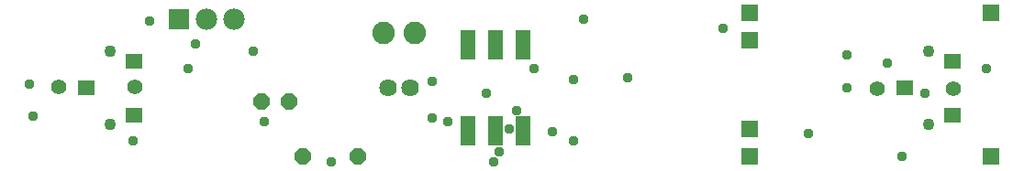
<source format=gbs>
G75*
%MOIN*%
%OFA0B0*%
%FSLAX25Y25*%
%IPPOS*%
%LPD*%
%AMOC8*
5,1,8,0,0,1.08239X$1,22.5*
%
%ADD10C,0.08200*%
%ADD11OC8,0.06000*%
%ADD12C,0.07800*%
%ADD13R,0.07800X0.07800*%
%ADD14C,0.06400*%
%ADD15R,0.06312X0.05524*%
%ADD16C,0.04343*%
%ADD17R,0.05524X0.10643*%
%ADD18C,0.05524*%
%ADD19R,0.06343X0.06343*%
%ADD20C,0.03778*%
D10*
X0153556Y0061300D03*
X0164956Y0061300D03*
D11*
X0119256Y0036300D03*
X0109256Y0036300D03*
X0124256Y0016300D03*
X0144256Y0016300D03*
D12*
X0099256Y0066300D03*
X0089256Y0066300D03*
D13*
X0079256Y0066300D03*
D14*
X0155319Y0041300D03*
X0163193Y0041300D03*
D15*
X0062917Y0031457D03*
X0045594Y0041300D03*
X0062917Y0051143D03*
X0343094Y0041300D03*
X0360417Y0051143D03*
X0360417Y0031457D03*
D16*
X0351756Y0027914D03*
X0351756Y0054686D03*
X0054256Y0054686D03*
X0054256Y0027914D03*
D17*
X0184413Y0025552D03*
X0194256Y0025552D03*
X0204098Y0025552D03*
X0204098Y0057048D03*
X0194256Y0057048D03*
X0184413Y0057048D03*
D18*
X0063114Y0041772D03*
X0035555Y0041772D03*
X0332898Y0040828D03*
X0360457Y0040828D03*
D19*
X0286756Y0026300D03*
X0286756Y0016300D03*
X0374256Y0016300D03*
X0286756Y0058800D03*
X0286756Y0068800D03*
X0374256Y0068800D03*
D20*
X0062473Y0021994D03*
X0026401Y0031012D03*
X0025013Y0042805D03*
X0082591Y0048354D03*
X0106176Y0054598D03*
X0085365Y0057372D03*
X0068717Y0065697D03*
X0171384Y0043498D03*
X0190808Y0039336D03*
X0201907Y0033093D03*
X0176934Y0028931D03*
X0171384Y0030318D03*
X0199132Y0026156D03*
X0215087Y0025462D03*
X0222718Y0021994D03*
X0195664Y0017831D03*
X0193583Y0014363D03*
X0134618Y0014363D03*
X0110339Y0028931D03*
X0208150Y0048354D03*
X0222718Y0044192D03*
X0242142Y0044886D03*
X0321917Y0041417D03*
X0350359Y0039336D03*
X0372557Y0048354D03*
X0336485Y0050435D03*
X0321917Y0053210D03*
X0276827Y0062922D03*
X0226187Y0066391D03*
X0308043Y0024769D03*
X0342035Y0016444D03*
M02*

</source>
